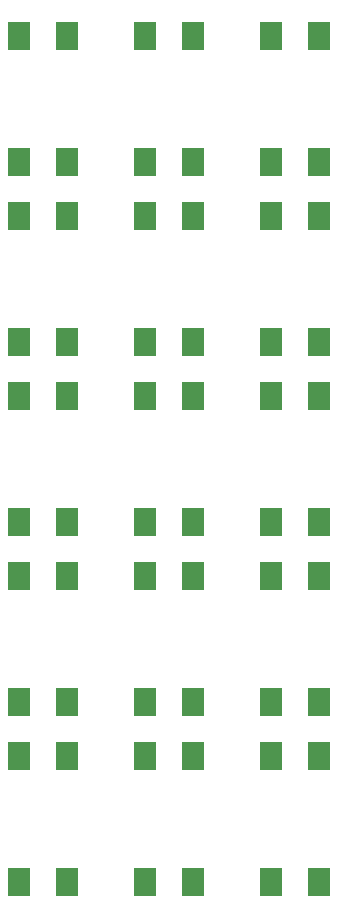
<source format=gbr>
G04 #@! TF.FileFunction,Soldermask,Bot*
%FSLAX46Y46*%
G04 Gerber Fmt 4.6, Leading zero omitted, Abs format (unit mm)*
G04 Created by KiCad (PCBNEW no-vcs-found-product) date Qui 14 Abr 2016 10:23:32 BRT*
%MOMM*%
G01*
G04 APERTURE LIST*
%ADD10C,0.100000*%
%ADD11R,1.924000X2.400000*%
G04 APERTURE END LIST*
D10*
D11*
X74676000Y-110236000D03*
X78740000Y-110236000D03*
X74676000Y-99568000D03*
X78740000Y-99568000D03*
X68072000Y-99568000D03*
X68072000Y-110236000D03*
X57404000Y-110236000D03*
X64008000Y-110236000D03*
X53340000Y-110236000D03*
X57404000Y-99568000D03*
X64008000Y-99568000D03*
X53340000Y-99568000D03*
X57404000Y-94996000D03*
X57404000Y-79756000D03*
X57404000Y-64516000D03*
X53340000Y-94996000D03*
X53340000Y-79756000D03*
X53340000Y-64516000D03*
X57404000Y-84328000D03*
X57404000Y-69088000D03*
X57404000Y-53848000D03*
X53340000Y-84328000D03*
X53340000Y-69088000D03*
X53340000Y-53848000D03*
X78740000Y-94996000D03*
X78740000Y-79756000D03*
X78740000Y-64516000D03*
X74676000Y-94996000D03*
X74676000Y-79756000D03*
X74676000Y-64516000D03*
X78740000Y-84328000D03*
X78740000Y-69088000D03*
X78740000Y-53848000D03*
X74676000Y-84328000D03*
X74676000Y-69088000D03*
X74676000Y-53848000D03*
X68072000Y-94996000D03*
X68072000Y-79756000D03*
X68072000Y-64516000D03*
X64008000Y-94996000D03*
X64008000Y-79756000D03*
X64008000Y-64516000D03*
X64008000Y-84328000D03*
X64008000Y-69088000D03*
X64008000Y-53848000D03*
X68072000Y-84328000D03*
X68072000Y-69088000D03*
X68072000Y-53848000D03*
X78740000Y-38608000D03*
X68072000Y-38608000D03*
X74676000Y-49276000D03*
X64008000Y-49276000D03*
X74676000Y-38608000D03*
X64008000Y-38608000D03*
X78740000Y-49276000D03*
X68072000Y-49276000D03*
X57404000Y-49276000D03*
X53340000Y-38608000D03*
X53340000Y-49276000D03*
X57404000Y-38608000D03*
M02*

</source>
